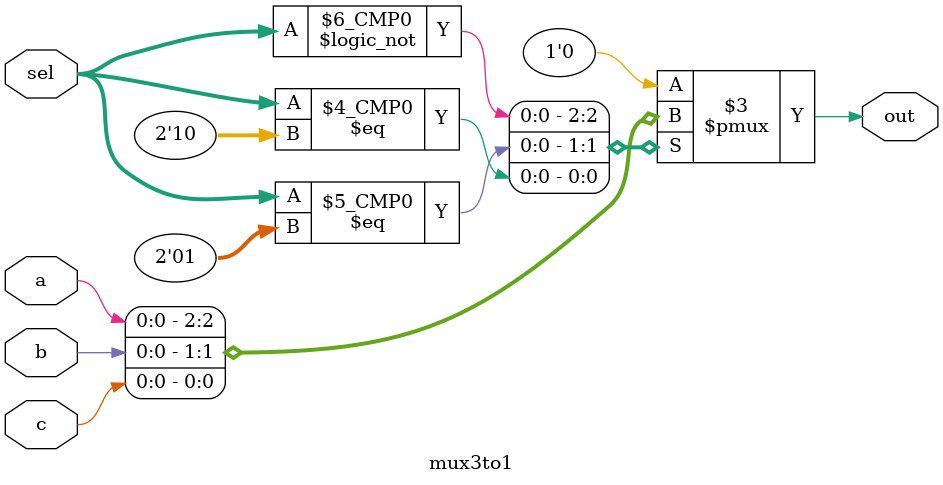
<source format=v>
module mux2to1(a, b, sel, out);
	input a, b, sel;
	output reg out;

	//always@() means that every time
	//an input changes, run this body of code again
	always@(a, b, sel) begin
	    out = (sel == 0) ? a : b;
	end
endmodule

module mux3to1(a, b, c, sel, out);
	input a, b, c;
	input [1:0] sel;
	output reg out;

	always@(*) begin
		case (sel)
			2'b00: out = a;
			2'b01: out = b;
			2'b10: out = c;
			default: out = 1'b0;
		endcase
	end

endmodule

</source>
